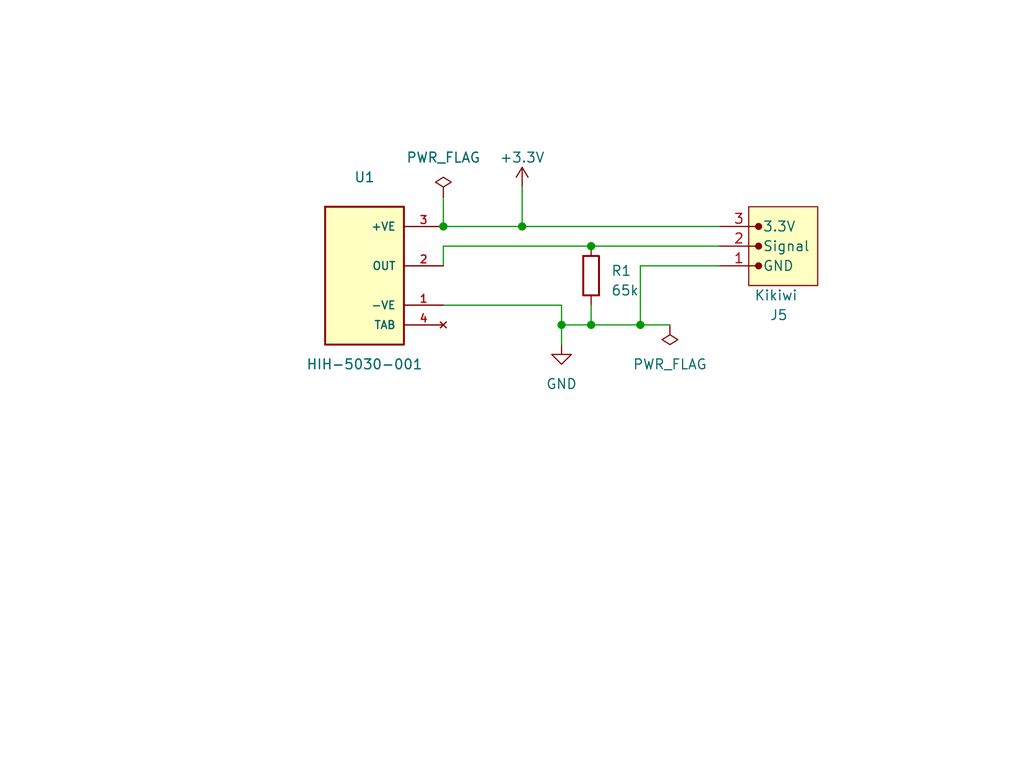
<source format=kicad_sch>
(kicad_sch (version 20230121) (generator eeschema)
  (paper "User" 132.004 99.9998)
  (title_block (title "UBPE Humidity board 2024 (THT version)") (date "2023-11-06") (rev "1.1") (company "L0AD") (comment 1 "connected to CNES Kikiwi board, 3.3V") (comment 2 "HiH-5030 humidity sensor"))
  (lib_symbols
    (symbol "Device:R" (pin_numbers hide) (pin_names (offset 0))
      (property "Reference" "R" (at 2.032 0 90))
      (property "Value" "R" (at 0 0 90))
      (symbol "R_0_1"
        (rectangle (start -1.016 -2.54) (end 1.016 2.54) (stroke (width 0.254)))
      )
      (symbol "R_1_1"
        (pin passive line (at 0 3.81 270) (length 1.27) (name "~") (number "1"))
        (pin passive line (at 0 -3.81 90) (length 1.27) (name "~") (number "2"))
      )
    )
    (symbol "L0AD:HIH-5030-001" (pin_names (offset 1.016))
      (property "Reference" "U" (at -11.4679 10.8308 0))
      (property "Value" "HIH-5030-001" (at -11.4507 -10.8145 0))
      (symbol "HIH-5030-001_0_0"
        (rectangle (start -10.16 10.16) (end 0 -7.62) (stroke (width 0.254)) (fill (type background)))
        (pin power_in line (at 5.08 -2.54 180) (length 5.08) (name "-VE") (number "1"))
        (pin output line (at 5.08 2.54 180) (length 5.08) (name "OUT") (number "2"))
        (pin power_in line (at 5.08 7.62 180) (length 5.08) (name "+VE") (number "3"))
        (pin no_connect line (at 5.08 -5.08 180) (length 5.08) (name "TAB") (number "4"))
      )
    )
    (symbol "PCM_L0AD:JST_Kikiwi"
      (property "Reference" "J" (at 0 8.89 0))
      (property "Value" "Kikiwi" (at 1.27 6.35 0))
      (symbol "JST_Kikiwi_0_1"
        (circle (center -1.27 -2.54) (radius 0.381) (fill (type outline)))
        (circle (center -1.27 0) (radius 0.381) (fill (type outline)))
        (circle (center -1.27 2.54) (radius 0.381) (fill (type outline)))
      )
      (symbol "JST_Kikiwi_1_1"
        (rectangle (start -2.54 5.08) (end 6.35 -5.08) (fill (type background)))
        (pin passive line (at -6.35 -2.54 0) (length 5.08) (name "GND") (number "1"))
        (pin passive line (at -6.35 0 0) (length 5.08) (name "Signal") (number "2"))
        (pin passive line (at -6.35 2.54 0) (length 5.08) (name "3.3V") (number "3"))
      )
    )
    (symbol "power:+3.3V" (power) (pin_names (offset 0))
      (property "Value" "+3.3V" (at 0 3.556 0))
      (symbol "+3.3V_0_1"
        (polyline (pts (xy -0.762 1.27) (xy 0 2.54)))
        (polyline (pts (xy 0 0) (xy 0 2.54)))
        (polyline (pts (xy 0 2.54) (xy 0.762 1.27)))
      )
      (symbol "+3.3V_1_1"
        (pin power_in line (at 0 0 90) (length 0) hide (name "+3.3V") (number "1"))
      )
    )
    (symbol "power:GND" (power) (pin_names (offset 0))
      (property "Value" "GND" (at 0 -3.81 0))
      (symbol "GND_0_1"
        (polyline (pts (xy 0 0) (xy 0 -1.27) (xy 1.27 -1.27) (xy 0 -2.54) (xy -1.27 -1.27) (xy 0 -1.27)))
      )
      (symbol "GND_1_1"
        (pin power_in line (at 0 0 270) (length 0) hide (name "GND") (number "1"))
      )
    )
    (symbol "power:PWR_FLAG" (power) (pin_numbers hide) (pin_names (offset 0) hide)
      (property "Value" "PWR_FLAG" (at 0 3.81 0))
      (symbol "PWR_FLAG_0_0"
        (pin power_out line (at 0 0 90) (length 0) (name "pwr") (number "1"))
      )
      (symbol "PWR_FLAG_0_1"
        (polyline (pts (xy 0 0) (xy 0 1.27) (xy -1.016 1.905) (xy 0 2.54) (xy 1.016 1.905) (xy 0 1.27)))
      )
    )
  )
  (junction (at 67.31 29.21))
  (junction (at 72.39 41.91))
  (junction (at 57.15 29.21))
  (junction (at 76.2 31.75))
  (junction (at 82.55 41.91))
  (junction (at 76.2 41.91))
  (wire (pts (xy 82.55 34.29) (xy 92.71 34.29)))
  (wire (pts (xy 57.15 25.4) (xy 57.15 29.21)))
  (wire (pts (xy 72.39 41.91) (xy 72.39 44.45)))
  (wire (pts (xy 67.31 29.21) (xy 92.71 29.21)))
  (wire (pts (xy 76.2 41.91) (xy 82.55 41.91)))
  (wire (pts (xy 57.15 31.75) (xy 76.2 31.75)))
  (wire (pts (xy 57.15 29.21) (xy 67.31 29.21)))
  (wire (pts (xy 67.31 24.13) (xy 67.31 29.21)))
  (wire (pts (xy 82.55 34.29) (xy 82.55 41.91)))
  (wire (pts (xy 72.39 41.91) (xy 76.2 41.91)))
  (wire (pts (xy 57.15 31.75) (xy 57.15 34.29)))
  (wire (pts (xy 82.55 41.91) (xy 86.36 41.91)))
  (wire (pts (xy 72.39 39.37) (xy 72.39 41.91)))
  (wire (pts (xy 76.2 31.75) (xy 92.71 31.75)))
  (wire (pts (xy 57.15 39.37) (xy 72.39 39.37)))
  (wire (pts (xy 76.2 39.37) (xy 76.2 41.91)))
  (symbol (lib_id "L0AD:HIH-5030-001") (at 52.07 36.83 0) (unit 1)
    (property "Reference" "U1" (at 46.99 22.86 0))
    (property "Value" "HIH-5030-001" (at 46.99 46.99 0))
    (property "Footprint" "L0AD:HiH-5030" (effects hide))
    (property "Datasheet" "https://prod-edam.honeywell.com/content/dam/honeywell-edam/sps/siot/fr-fr/products/sensors/humidity-with-temperature-sensors/hih-5030-5031-series/documents/sps-siot-hih5030-5031-series-product-sheet-009050-2-en-ciid-49692.pdf" (effects hide))
    (property "MF" "Honeywell Sensing" (effects hide))
    (property "Description" "\nHIH-5030-001 Humidity Sensor 3-Pin SMD, -40 - +85 degC | Honeywell HIH-5030-001\n" (effects hide))
    (property "PACKAGE" "None" (effects hide))
    (property "PRICE" "$6.78 USD" (effects hide))
    (property "Package" "Housed Sensor Honeywell Sensing" (effects hide))
    (property "Price" "None" (effects hide))
    (property "SnapEDA_Link" "https://www.snapeda.com/parts/HIH-5030-001/Honeywell+Sensing+and+Productivity+Solutions/view-part/?ref=snap" (effects hide))
    (property "MP" "HIH-5030-001" (effects hide))
    (property "Purchase-URL" "https://www.snapeda.com/api/url_track_click_mouser/?unipart_id=269223&manufacturer=Honeywell Sensing&part_name=HIH-5030-001&search_term=None" (effects hide))
    (property "Availability" "In Stock" (effects hide))
    (property "AVAILABILITY" "Good" (effects hide))
    (property "Check_prices" "https://www.snapeda.com/parts/HIH-5030-001/Honeywell+Sensing+and+Productivity+Solutions/view-part/?ref=eda" (effects hide))
  )
  (symbol (lib_id "Device:R") (at 76.2 35.56 180) (unit 1)
    (property "Reference" "R1" (at 78.74 34.925 0) (effects (justify right)))
    (property "Value" "65k" (at 78.74 37.465 0) (effects (justify right)))
    (property "Footprint" "Resistor_THT:R_Axial_DIN0207_L6.3mm_D2.5mm_P10.16mm_Horizontal" (effects hide))
  )
  (symbol (lib_id "power:PWR_FLAG") (at 86.36 41.91 180) (unit 1)
    (property "Reference" "#FLG02" (effects hide))
    (property "Value" "PWR_FLAG" (at 86.36 46.99 0))
  )
  (symbol (lib_id "power:PWR_FLAG") (at 57.15 25.4 0) (unit 1)
    (property "Reference" "#FLG01" (effects hide))
    (property "Value" "PWR_FLAG" (at 57.15 20.32 0))
  )
  (symbol (lib_id "power:+3.3V") (at 67.31 24.13 0) (unit 1)
    (property "Reference" "#PWR02" (effects hide))
    (property "Value" "+3.3V" (at 67.31 20.32 0))
  )
  (symbol (lib_id "PCM_L0AD:JST_Kikiwi") (at 99.06 31.75 0) (unit 1)
    (property "Reference" "J5" (at 101.6 40.64 0) (effects (justify right)))
    (property "Value" "Kikiwi" (at 102.87 38.1 0) (effects (justify right)))
    (property "Footprint" "Connector_JST:JST_XH_B3B-XH-A_1x03_P2.50mm_Vertical" (effects hide))
  )
  (symbol (lib_id "power:GND") (at 72.39 44.45 0) (unit 1)
    (property "Reference" "#PWR01" (effects hide))
    (property "Value" "GND" (at 72.39 49.53 0))
  )
)
</source>
